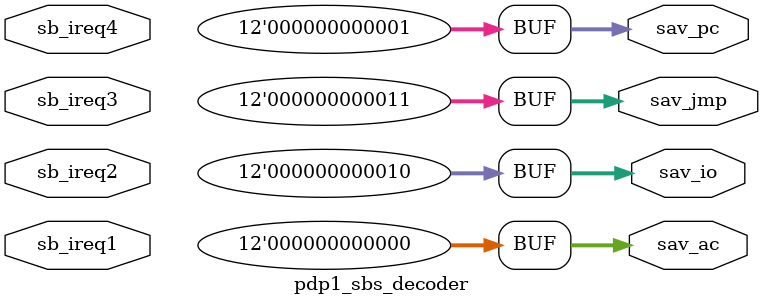
<source format=v>

/*
 * FIXME: I assume that the storage location for channel exchange packets is
 * always on core memory bank 0. Is this corrent?
 * 
 * TODO: Replace logic buffer with regs quirk with system verilog "logic"
 */

/*
 * The module behaves the same for channel 1 independently of whether it is
 * initiated with SBS or SBS16, however if only using a normal SBS 
 * instantiating the module with the latter decreases LUT usage.
 */
module pdp1_sbs_decoder(sb_ireq1, sb_ireq2, sb_ireq3, sb_ireq4,
			sav_ac, sav_io, sav_pc, sav_jmp);
   parameter sbs_model = "SBS";

   input sb_ireq1;
   input sb_ireq2;
   input sb_ireq3;
   input sb_ireq4;

   output [0:11] sav_ac;
   output [0:11] sav_io;
   output [0:11] sav_pc;
   output [0:11] sav_jmp;
   
   generate
      if(sbs_model == "SBS") begin
	 assign sav_ac  = 12'o0000;
	 assign sav_io  = 12'o0002;
	 assign sav_pc  = 12'o0001;
	 assign sav_jmp = 12'o0003;
      end
      else begin
	 reg [0:11] r_ac;
	 reg [0:11] r_pc;
	 reg [0:11] r_io;
	 reg [0:11] r_jmp;

	 assign sav_ac = r_ac;
	 assign sav_io = r_io;
	 assign sav_jmp = r_jmp;
	 assign sav_pc = r_pc;
	 
	 always @(sb_ireq1 or sb_ireq2 or sb_ireq3 or sb_ireq4) begin
	    case({sb_ireq1, sb_ireq2, sb_ireq3, sb_ireq4})
	      4'b1XXX:
		begin
		   r_ac  <= 12'o0000;
		   r_pc  <= 12'o0001;
		   r_io  <= 12'o0002;
		   r_jmp <= 12'o0003;
		end
	      4'bX1XX:
		begin
		   r_ac  <= 12'o0004;
		   r_pc  <= 12'o0005;
		   r_io  <= 12'o0006;
		   r_jmp <= 12'o0007;		   
		end
	      4'bXX1X:
		begin
		   r_ac  <= 12'o0010;
		   r_pc  <= 12'o0011;
		   r_io  <= 12'o0012;
		   r_jmp <= 12'o0013;		   
		end	      
	      4'bXXX1:
		begin
		   r_ac  <= 12'o0014;
		   r_pc  <= 12'o0015;
		   r_io  <= 12'o0016;
		   r_jmp <= 12'o0017;		   
		end
	      default:
		begin
		   r_ac  <= 12'o0000;
		   r_pc  <= 12'o0000;
		   r_io  <= 12'o0000;
		   r_jmp <= 12'o0000;		   
		end
	    endcase // case ({sb_ireq1, sb_ireq2, sb_ireq3, sb_ireq4})
	 end
      end
   endgenerate
      
endmodule // pdp1_sbs_decoder

   

</source>
